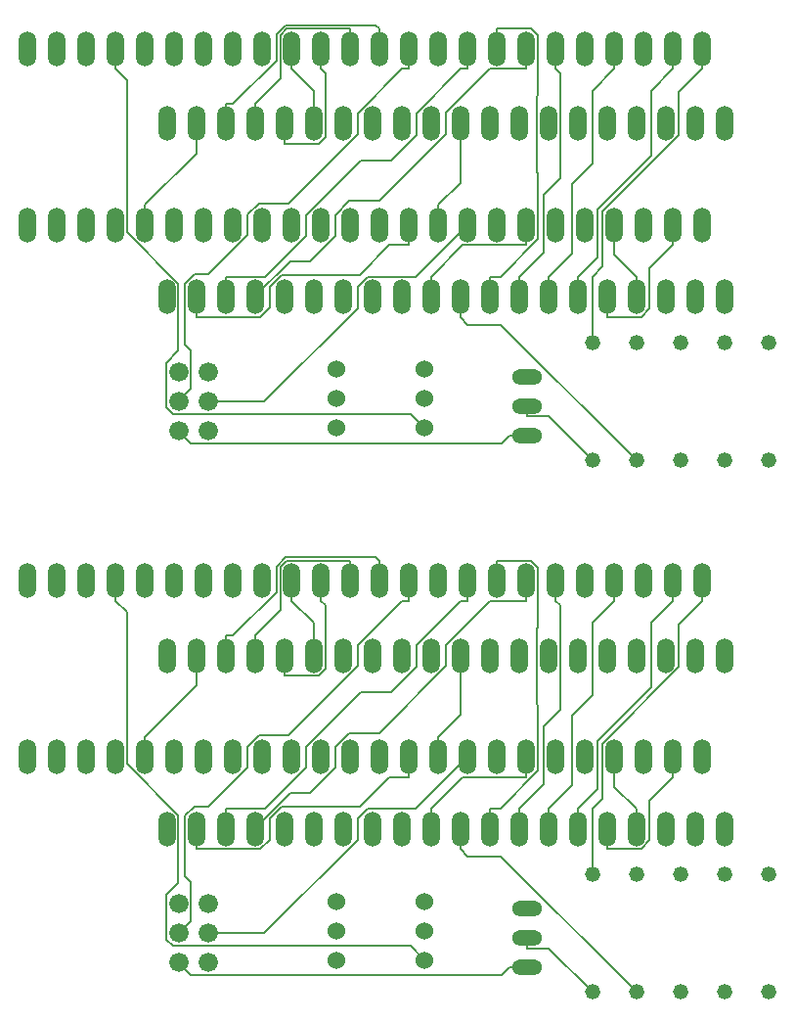
<source format=gbl>
%MOIN*%
%OFA0B0*%
%FSLAX46Y46*%
%IPPOS*%
%LPD*%
%ADD10C,0.060000000000000005*%
%ADD11O,0.10400000000000001X0.052000000000000005*%
%ADD12C,0.052000000000000005*%
%ADD13C,0.066*%
%ADD14O,0.0593X0.1187*%
%ADD15C,0.006000000000000001*%
%ADD26C,0.060000000000000005*%
%ADD27O,0.10400000000000001X0.052000000000000005*%
%ADD28C,0.052000000000000005*%
%ADD29C,0.066*%
%ADD30O,0.0593X0.1187*%
%ADD31C,0.006000000000000001*%
%LPD*%
D10*
X-0000196850Y0002322834D02*
X0001788149Y0000427834D03*
X0001788149Y0000527834D03*
X0001788149Y0000327834D03*
X0002088149Y0000327834D03*
X0002088149Y0000427834D03*
X0002088149Y0000527834D03*
D11*
X0002438149Y0000402834D03*
X0002438149Y0000502834D03*
X0002438149Y0000302834D03*
D12*
X0003259645Y0000618818D03*
X0003259645Y0000218818D03*
X0003109645Y0000618818D03*
X0003109645Y0000218818D03*
X0002959645Y0000618818D03*
X0002959645Y0000218818D03*
X0002809645Y0000218818D03*
X0002809645Y0000618818D03*
X0002659645Y0000618818D03*
X0002659645Y0000218818D03*
D13*
X0001249015Y0000318818D03*
X0001249015Y0000418818D03*
X0001249015Y0000518818D03*
X0001349015Y0000318818D03*
X0001349015Y0000418818D03*
X0001349015Y0000518818D03*
D14*
X0001209645Y0000773818D03*
X0001309645Y0000773818D03*
X0001409645Y0000773818D03*
X0001509645Y0000773818D03*
X0001609645Y0000773818D03*
X0001709645Y0000773818D03*
X0001809645Y0000773818D03*
X0001909645Y0000773818D03*
X0002009645Y0000773818D03*
X0002109645Y0000773818D03*
X0002209645Y0000773818D03*
X0002309645Y0000773818D03*
X0002409645Y0000773818D03*
X0002509645Y0000773818D03*
X0002609645Y0000773818D03*
X0002709645Y0000773818D03*
X0002809645Y0000773818D03*
X0002909645Y0000773818D03*
X0003009645Y0000773818D03*
X0003109645Y0000773818D03*
X0003109645Y0001363818D03*
X0003009645Y0001363818D03*
X0002909645Y0001363818D03*
X0002809645Y0001363818D03*
X0002709645Y0001363818D03*
X0002609645Y0001363818D03*
X0002509645Y0001363818D03*
X0002409645Y0001363818D03*
X0002309645Y0001363818D03*
X0002209645Y0001363818D03*
X0002109645Y0001363818D03*
X0002009645Y0001363818D03*
X0001909645Y0001363818D03*
X0001809645Y0001363818D03*
X0001709645Y0001363818D03*
X0001609645Y0001363818D03*
X0001509645Y0001363818D03*
X0001409645Y0001363818D03*
X0001309645Y0001363818D03*
X0001209645Y0001363818D03*
X0000734645Y0001018834D03*
X0000834645Y0001018834D03*
X0000934645Y0001018834D03*
X0001034645Y0001018834D03*
X0001134645Y0001018834D03*
X0001234645Y0001018834D03*
X0001334645Y0001018834D03*
X0001434645Y0001018834D03*
X0001534645Y0001018834D03*
X0001634645Y0001018834D03*
X0001734645Y0001018834D03*
X0001834645Y0001018834D03*
X0001934645Y0001018834D03*
X0002034645Y0001018834D03*
X0002134645Y0001018834D03*
X0002234645Y0001018834D03*
X0002334645Y0001018834D03*
X0002434645Y0001018834D03*
X0002534645Y0001018834D03*
X0002634645Y0001018834D03*
X0002734645Y0001018834D03*
X0002834645Y0001018834D03*
X0002934645Y0001018834D03*
X0003034645Y0001018834D03*
X0003034645Y0001618834D03*
X0002934645Y0001618834D03*
X0002834645Y0001618834D03*
X0002734645Y0001618834D03*
X0002634645Y0001618834D03*
X0002534645Y0001618834D03*
X0002434645Y0001618834D03*
X0002334645Y0001618834D03*
X0002234645Y0001618834D03*
X0002134645Y0001618834D03*
X0002034645Y0001618834D03*
X0001934645Y0001618834D03*
X0001834645Y0001618834D03*
X0001734645Y0001618834D03*
X0001634645Y0001618834D03*
X0001534645Y0001618834D03*
X0001434645Y0001618834D03*
X0001334645Y0001618834D03*
X0001234645Y0001618834D03*
X0001134645Y0001618834D03*
X0001034645Y0001618834D03*
X0000934645Y0001618834D03*
X0000834645Y0001618834D03*
X0000734645Y0001618834D03*
D15*
X0002134645Y0001018834D02*
X0002134645Y0001087196D01*
X0002209645Y0000773818D02*
X0002209645Y0000705456D01*
X0002348322Y0000680141D02*
X0002809645Y0000218818D01*
X0002234960Y0000680141D02*
X0002348322Y0000680141D01*
X0002209645Y0000705456D02*
X0002234960Y0000680141D01*
X0002209645Y0001162196D02*
X0002209645Y0001363818D01*
X0002134645Y0001087196D02*
X0002209645Y0001162196D01*
X0002955393Y0001471220D02*
X0003034645Y0001550472D01*
X0002955393Y0001325177D02*
X0002955393Y0001471220D01*
X0002694901Y0001064685D02*
X0002955393Y0001325177D01*
X0002694901Y0000877440D02*
X0002694901Y0001064685D01*
X0002659645Y0000842185D02*
X0002694901Y0000877440D01*
X0002659645Y0000618818D02*
X0002659645Y0000842185D01*
X0003034645Y0001618834D02*
X0003034645Y0001550472D01*
X0002350559Y0000276255D02*
X0002377137Y0000302834D01*
X0001291578Y0000276255D02*
X0002350559Y0000276255D01*
X0001249015Y0000318818D02*
X0001291578Y0000276255D01*
X0002438149Y0000302834D02*
X0002377137Y0000302834D01*
X0002510641Y0000367822D02*
X0002438149Y0000367822D01*
X0002659645Y0000218818D02*
X0002510641Y0000367822D01*
X0002438149Y0000402834D02*
X0002438149Y0000367822D01*
X0002040889Y0000375094D02*
X0002088149Y0000327834D01*
X0001229657Y0000375094D02*
X0002040889Y0000375094D01*
X0001206984Y0000397767D02*
X0001229657Y0000375094D01*
X0001206984Y0000548795D02*
X0001206984Y0000397767D01*
X0001248724Y0000590535D02*
X0001206984Y0000548795D01*
X0001248724Y0000819641D02*
X0001248724Y0000590535D01*
X0001073307Y0000995059D02*
X0001248724Y0000819641D01*
X0001073307Y0001511811D02*
X0001073307Y0000995059D01*
X0001034645Y0001550472D02*
X0001073307Y0001511811D01*
X0001034645Y0001618834D02*
X0001034645Y0001550472D01*
X0001291618Y0000461421D02*
X0001249015Y0000418818D01*
X0001291618Y0000591543D02*
X0001291618Y0000461421D01*
X0001269429Y0000613732D02*
X0001291618Y0000591543D01*
X0001269429Y0000818247D02*
X0001269429Y0000613732D01*
X0001302240Y0000851059D02*
X0001269429Y0000818247D01*
X0001351409Y0000851059D02*
X0001302240Y0000851059D01*
X0001484645Y0000984295D02*
X0001351409Y0000851059D01*
X0001484645Y0001053917D02*
X0001484645Y0000984295D01*
X0001522996Y0001092267D02*
X0001484645Y0001053917D01*
X0001623692Y0001092267D02*
X0001522996Y0001092267D01*
X0001859645Y0001328220D02*
X0001623692Y0001092267D01*
X0001859645Y0001398464D02*
X0001859645Y0001328220D01*
X0002011653Y0001550472D02*
X0001859645Y0001398464D01*
X0002034645Y0001550472D02*
X0002011653Y0001550472D01*
X0002034645Y0001618834D02*
X0002034645Y0001550472D01*
X0002057996Y0000842185D02*
X0002234645Y0001018834D01*
X0001893625Y0000842185D02*
X0002057996Y0000842185D01*
X0001859645Y0000808204D02*
X0001893625Y0000842185D01*
X0001859645Y0000736917D02*
X0001859645Y0000808204D01*
X0001541547Y0000418818D02*
X0001859645Y0000736917D01*
X0001349015Y0000418818D02*
X0001541547Y0000418818D01*
X0001527933Y0000705456D02*
X0001309645Y0000705456D01*
X0001559645Y0000737169D02*
X0001527933Y0000705456D01*
X0001559645Y0000810055D02*
X0001559645Y0000737169D01*
X0001599291Y0000849700D02*
X0001559645Y0000810055D01*
X0001865511Y0000849700D02*
X0001599291Y0000849700D01*
X0001966283Y0000950472D02*
X0001865511Y0000849700D01*
X0002034645Y0000950472D02*
X0001966283Y0000950472D01*
X0002034645Y0001018834D02*
X0002034645Y0000950472D01*
X0001309645Y0000773818D02*
X0001309645Y0000705456D01*
X0001544968Y0000842181D02*
X0001409645Y0000842181D01*
X0001684645Y0000981858D02*
X0001544968Y0000842181D01*
X0001684645Y0001053496D02*
X0001684645Y0000981858D01*
X0001870704Y0001239555D02*
X0001684645Y0001053496D01*
X0001972476Y0001239555D02*
X0001870704Y0001239555D01*
X0002059645Y0001326724D02*
X0001972476Y0001239555D01*
X0002059645Y0001398464D02*
X0002059645Y0001326724D01*
X0002211653Y0001550472D02*
X0002059645Y0001398464D01*
X0002234645Y0001550472D02*
X0002211653Y0001550472D01*
X0002234645Y0001618834D02*
X0002234645Y0001550472D01*
X0001409645Y0000773818D02*
X0001409645Y0000842181D01*
X0001509645Y0000777153D02*
X0001509645Y0000773818D01*
X0001628929Y0000896437D02*
X0001509645Y0000777153D01*
X0001698618Y0000896437D02*
X0001628929Y0000896437D01*
X0001784645Y0000982464D02*
X0001698618Y0000896437D01*
X0001784645Y0001053578D02*
X0001784645Y0000982464D01*
X0001831940Y0001100874D02*
X0001784645Y0001053578D01*
X0001932299Y0001100874D02*
X0001831940Y0001100874D01*
X0002159645Y0001328220D02*
X0001932299Y0001100874D01*
X0002159645Y0001401220D02*
X0002159645Y0001328220D01*
X0002308897Y0001550472D02*
X0002159645Y0001401220D01*
X0002434645Y0001550472D02*
X0002308897Y0001550472D01*
X0002434645Y0001618834D02*
X0002434645Y0001550472D01*
X0002217937Y0000950472D02*
X0002109645Y0000842181D01*
X0002434645Y0000950472D02*
X0002217937Y0000950472D01*
X0002434645Y0001018834D02*
X0002434645Y0000950472D01*
X0002109645Y0000773818D02*
X0002109645Y0000842181D01*
X0002345480Y0000842181D02*
X0002309645Y0000842181D01*
X0002475421Y0000972122D02*
X0002345480Y0000842181D01*
X0002475421Y0001194062D02*
X0002475421Y0000972122D01*
X0002469724Y0001199759D02*
X0002475421Y0001194062D01*
X0002469724Y0001456240D02*
X0002469724Y0001199759D01*
X0002473988Y0001460503D02*
X0002469724Y0001456240D01*
X0002473988Y0001664653D02*
X0002473988Y0001460503D01*
X0002451444Y0001687196D02*
X0002473988Y0001664653D01*
X0002334645Y0001687196D02*
X0002451444Y0001687196D01*
X0002334645Y0001618834D02*
X0002334645Y0001687196D01*
X0002309645Y0000773818D02*
X0002309645Y0000842181D01*
X0002493137Y0000925673D02*
X0002409645Y0000842181D01*
X0002493137Y0001122078D02*
X0002493137Y0000925673D01*
X0002550271Y0001179212D02*
X0002493137Y0001122078D01*
X0002550271Y0001534846D02*
X0002550271Y0001179212D01*
X0002534645Y0001550472D02*
X0002550271Y0001534846D01*
X0002534645Y0001618834D02*
X0002534645Y0001550472D01*
X0002409645Y0000773818D02*
X0002409645Y0000842181D01*
X0002734645Y0001618834D02*
X0002734645Y0001550472D01*
X0002509645Y0000773818D02*
X0002509645Y0000842181D01*
X0002588897Y0000921433D02*
X0002509645Y0000842181D01*
X0002588897Y0001159448D02*
X0002588897Y0000921433D01*
X0002659645Y0001230196D02*
X0002588897Y0001159448D01*
X0002659645Y0001475472D02*
X0002659645Y0001230196D01*
X0002734645Y0001550472D02*
X0002659645Y0001475472D01*
X0002934645Y0001618834D02*
X0002934645Y0001550472D01*
X0002609645Y0000773818D02*
X0002609645Y0000842181D01*
X0002676889Y0000909425D02*
X0002609645Y0000842181D01*
X0002676889Y0001072055D02*
X0002676889Y0000909425D01*
X0002859645Y0001254811D02*
X0002676889Y0001072055D01*
X0002859645Y0001475472D02*
X0002859645Y0001254811D01*
X0002934645Y0001550472D02*
X0002859645Y0001475472D01*
X0002855393Y0000871220D02*
X0002934645Y0000950472D01*
X0002855393Y0000734996D02*
X0002855393Y0000871220D01*
X0002825854Y0000705456D02*
X0002855393Y0000734996D01*
X0002709645Y0000705456D02*
X0002825854Y0000705456D01*
X0002709645Y0000773818D02*
X0002709645Y0000705456D01*
X0002934645Y0001018834D02*
X0002934645Y0000950472D01*
X0002734645Y0000917181D02*
X0002809645Y0000842181D01*
X0002734645Y0001018834D02*
X0002734645Y0000917181D01*
X0002809645Y0000773818D02*
X0002809645Y0000842181D01*
X0001709645Y0001475472D02*
X0001709645Y0001363818D01*
X0001634645Y0001550472D02*
X0001709645Y0001475472D01*
X0001634645Y0001618834D02*
X0001634645Y0001550472D01*
X0001726039Y0001295456D02*
X0001609645Y0001295456D01*
X0001748972Y0001318389D02*
X0001726039Y0001295456D01*
X0001748972Y0001536145D02*
X0001748972Y0001318389D01*
X0001734645Y0001550472D02*
X0001748972Y0001536145D01*
X0001734645Y0001618834D02*
X0001734645Y0001550472D01*
X0001609645Y0001363818D02*
X0001609645Y0001295456D01*
X0001595980Y0001518515D02*
X0001509645Y0001432181D01*
X0001595980Y0001664767D02*
X0001595980Y0001518515D01*
X0001618409Y0001687196D02*
X0001595980Y0001664767D01*
X0001834645Y0001687196D02*
X0001618409Y0001687196D01*
X0001834645Y0001618834D02*
X0001834645Y0001687196D01*
X0001509645Y0001363818D02*
X0001509645Y0001432181D01*
X0001434161Y0001432181D02*
X0001409645Y0001432181D01*
X0001582192Y0001580212D02*
X0001434161Y0001432181D01*
X0001582192Y0001667976D02*
X0001582192Y0001580212D01*
X0001614444Y0001700228D02*
X0001582192Y0001667976D01*
X0001921614Y0001700228D02*
X0001614444Y0001700228D01*
X0001934645Y0001687196D02*
X0001921614Y0001700228D01*
X0001934645Y0001618834D02*
X0001934645Y0001687196D01*
X0001409645Y0001363818D02*
X0001409645Y0001432181D01*
X0001309645Y0001262196D02*
X0001309645Y0001363818D01*
X0001134645Y0001087196D02*
X0001309645Y0001262196D01*
X0001134645Y0001018834D02*
X0001134645Y0001087196D01*
G04 next file*
%LPD*%
G04 #@! TF.GenerationSoftware,KiCad,Pcbnew,(5.1.2)-2*
G04 #@! TF.CreationDate,2019-08-03T14:41:18-04:00*
G04 #@! TF.ProjectId,27C160_Adapter,32374331-3630-45f4-9164-61707465722e,rev?*
G04 #@! TF.SameCoordinates,Original*
G04 #@! TF.FileFunction,Copper,L2,Bot*
G04 #@! TF.FilePolarity,Positive*
G04 Gerber Fmt 4.6, Leading zero omitted, Abs format (unit mm)*
G04 Created by KiCad (PCBNEW (5.1.2)-2) date 2019-08-03 14:41:18*
G04 APERTURE LIST*
G04 APERTURE END LIST*
D26*
X-0000196850Y0004133858D02*
X0001788149Y0002238858D03*
X0001788149Y0002338858D03*
X0001788149Y0002138858D03*
X0002088149Y0002138858D03*
X0002088149Y0002238858D03*
X0002088149Y0002338858D03*
D27*
X0002438149Y0002213858D03*
X0002438149Y0002313858D03*
X0002438149Y0002113858D03*
D28*
X0003259645Y0002429842D03*
X0003259645Y0002029842D03*
X0003109645Y0002429842D03*
X0003109645Y0002029842D03*
X0002959645Y0002429842D03*
X0002959645Y0002029842D03*
X0002809645Y0002029842D03*
X0002809645Y0002429842D03*
X0002659645Y0002429842D03*
X0002659645Y0002029842D03*
D29*
X0001249015Y0002129842D03*
X0001249015Y0002229842D03*
X0001249015Y0002329842D03*
X0001349015Y0002129842D03*
X0001349015Y0002229842D03*
X0001349015Y0002329842D03*
D30*
X0001209645Y0002584842D03*
X0001309645Y0002584842D03*
X0001409645Y0002584842D03*
X0001509645Y0002584842D03*
X0001609645Y0002584842D03*
X0001709645Y0002584842D03*
X0001809645Y0002584842D03*
X0001909645Y0002584842D03*
X0002009645Y0002584842D03*
X0002109645Y0002584842D03*
X0002209645Y0002584842D03*
X0002309645Y0002584842D03*
X0002409645Y0002584842D03*
X0002509645Y0002584842D03*
X0002609645Y0002584842D03*
X0002709645Y0002584842D03*
X0002809645Y0002584842D03*
X0002909645Y0002584842D03*
X0003009645Y0002584842D03*
X0003109645Y0002584842D03*
X0003109645Y0003174842D03*
X0003009645Y0003174842D03*
X0002909645Y0003174842D03*
X0002809645Y0003174842D03*
X0002709645Y0003174842D03*
X0002609645Y0003174842D03*
X0002509645Y0003174842D03*
X0002409645Y0003174842D03*
X0002309645Y0003174842D03*
X0002209645Y0003174842D03*
X0002109645Y0003174842D03*
X0002009645Y0003174842D03*
X0001909645Y0003174842D03*
X0001809645Y0003174842D03*
X0001709645Y0003174842D03*
X0001609645Y0003174842D03*
X0001509645Y0003174842D03*
X0001409645Y0003174842D03*
X0001309645Y0003174842D03*
X0001209645Y0003174842D03*
X0000734645Y0002829858D03*
X0000834645Y0002829858D03*
X0000934645Y0002829858D03*
X0001034645Y0002829858D03*
X0001134645Y0002829858D03*
X0001234645Y0002829858D03*
X0001334645Y0002829858D03*
X0001434645Y0002829858D03*
X0001534645Y0002829858D03*
X0001634645Y0002829858D03*
X0001734645Y0002829858D03*
X0001834645Y0002829858D03*
X0001934645Y0002829858D03*
X0002034645Y0002829858D03*
X0002134645Y0002829858D03*
X0002234645Y0002829858D03*
X0002334645Y0002829858D03*
X0002434645Y0002829858D03*
X0002534645Y0002829858D03*
X0002634645Y0002829858D03*
X0002734645Y0002829858D03*
X0002834645Y0002829858D03*
X0002934645Y0002829858D03*
X0003034645Y0002829858D03*
X0003034645Y0003429858D03*
X0002934645Y0003429858D03*
X0002834645Y0003429858D03*
X0002734645Y0003429858D03*
X0002634645Y0003429858D03*
X0002534645Y0003429858D03*
X0002434645Y0003429858D03*
X0002334645Y0003429858D03*
X0002234645Y0003429858D03*
X0002134645Y0003429858D03*
X0002034645Y0003429858D03*
X0001934645Y0003429858D03*
X0001834645Y0003429858D03*
X0001734645Y0003429858D03*
X0001634645Y0003429858D03*
X0001534645Y0003429858D03*
X0001434645Y0003429858D03*
X0001334645Y0003429858D03*
X0001234645Y0003429858D03*
X0001134645Y0003429858D03*
X0001034645Y0003429858D03*
X0000934645Y0003429858D03*
X0000834645Y0003429858D03*
X0000734645Y0003429858D03*
D31*
X0002134645Y0002829858D02*
X0002134645Y0002898220D01*
X0002209645Y0002584842D02*
X0002209645Y0002516480D01*
X0002348322Y0002491165D02*
X0002809645Y0002029842D01*
X0002234960Y0002491165D02*
X0002348322Y0002491165D01*
X0002209645Y0002516480D02*
X0002234960Y0002491165D01*
X0002209645Y0002973220D02*
X0002209645Y0003174842D01*
X0002134645Y0002898220D02*
X0002209645Y0002973220D01*
X0002955393Y0003282244D02*
X0003034645Y0003361496D01*
X0002955393Y0003136200D02*
X0002955393Y0003282244D01*
X0002694901Y0002875708D02*
X0002955393Y0003136200D01*
X0002694901Y0002688464D02*
X0002694901Y0002875708D01*
X0002659645Y0002653208D02*
X0002694901Y0002688464D01*
X0002659645Y0002429842D02*
X0002659645Y0002653208D01*
X0003034645Y0003429858D02*
X0003034645Y0003361496D01*
X0002350559Y0002087279D02*
X0002377137Y0002113858D01*
X0001291578Y0002087279D02*
X0002350559Y0002087279D01*
X0001249015Y0002129842D02*
X0001291578Y0002087279D01*
X0002438149Y0002113858D02*
X0002377137Y0002113858D01*
X0002510641Y0002178846D02*
X0002438149Y0002178846D01*
X0002659645Y0002029842D02*
X0002510641Y0002178846D01*
X0002438149Y0002213858D02*
X0002438149Y0002178846D01*
X0002040889Y0002186118D02*
X0002088149Y0002138858D01*
X0001229657Y0002186118D02*
X0002040889Y0002186118D01*
X0001206984Y0002208791D02*
X0001229657Y0002186118D01*
X0001206984Y0002359818D02*
X0001206984Y0002208791D01*
X0001248724Y0002401559D02*
X0001206984Y0002359818D01*
X0001248724Y0002630665D02*
X0001248724Y0002401559D01*
X0001073307Y0002806082D02*
X0001248724Y0002630665D01*
X0001073307Y0003322834D02*
X0001073307Y0002806082D01*
X0001034645Y0003361496D02*
X0001073307Y0003322834D01*
X0001034645Y0003429858D02*
X0001034645Y0003361496D01*
X0001291618Y0002272444D02*
X0001249015Y0002229842D01*
X0001291618Y0002402566D02*
X0001291618Y0002272444D01*
X0001269429Y0002424755D02*
X0001291618Y0002402566D01*
X0001269429Y0002629271D02*
X0001269429Y0002424755D01*
X0001302240Y0002662082D02*
X0001269429Y0002629271D01*
X0001351409Y0002662082D02*
X0001302240Y0002662082D01*
X0001484645Y0002795318D02*
X0001351409Y0002662082D01*
X0001484645Y0002864940D02*
X0001484645Y0002795318D01*
X0001522996Y0002903291D02*
X0001484645Y0002864940D01*
X0001623692Y0002903291D02*
X0001522996Y0002903291D01*
X0001859645Y0003139244D02*
X0001623692Y0002903291D01*
X0001859645Y0003209488D02*
X0001859645Y0003139244D01*
X0002011653Y0003361496D02*
X0001859645Y0003209488D01*
X0002034645Y0003361496D02*
X0002011653Y0003361496D01*
X0002034645Y0003429858D02*
X0002034645Y0003361496D01*
X0002057996Y0002653208D02*
X0002234645Y0002829858D01*
X0001893625Y0002653208D02*
X0002057996Y0002653208D01*
X0001859645Y0002619228D02*
X0001893625Y0002653208D01*
X0001859645Y0002547940D02*
X0001859645Y0002619228D01*
X0001541547Y0002229842D02*
X0001859645Y0002547940D01*
X0001349015Y0002229842D02*
X0001541547Y0002229842D01*
X0001527933Y0002516480D02*
X0001309645Y0002516480D01*
X0001559645Y0002548192D02*
X0001527933Y0002516480D01*
X0001559645Y0002621078D02*
X0001559645Y0002548192D01*
X0001599291Y0002660724D02*
X0001559645Y0002621078D01*
X0001865511Y0002660724D02*
X0001599291Y0002660724D01*
X0001966283Y0002761496D02*
X0001865511Y0002660724D01*
X0002034645Y0002761496D02*
X0001966283Y0002761496D01*
X0002034645Y0002829858D02*
X0002034645Y0002761496D01*
X0001309645Y0002584842D02*
X0001309645Y0002516480D01*
X0001544968Y0002653204D02*
X0001409645Y0002653204D01*
X0001684645Y0002792881D02*
X0001544968Y0002653204D01*
X0001684645Y0002864519D02*
X0001684645Y0002792881D01*
X0001870704Y0003050578D02*
X0001684645Y0002864519D01*
X0001972476Y0003050578D02*
X0001870704Y0003050578D01*
X0002059645Y0003137748D02*
X0001972476Y0003050578D01*
X0002059645Y0003209488D02*
X0002059645Y0003137748D01*
X0002211653Y0003361496D02*
X0002059645Y0003209488D01*
X0002234645Y0003361496D02*
X0002211653Y0003361496D01*
X0002234645Y0003429858D02*
X0002234645Y0003361496D01*
X0001409645Y0002584842D02*
X0001409645Y0002653204D01*
X0001509645Y0002588177D02*
X0001509645Y0002584842D01*
X0001628929Y0002707460D02*
X0001509645Y0002588177D01*
X0001698618Y0002707460D02*
X0001628929Y0002707460D01*
X0001784645Y0002793488D02*
X0001698618Y0002707460D01*
X0001784645Y0002864602D02*
X0001784645Y0002793488D01*
X0001831940Y0002911897D02*
X0001784645Y0002864602D01*
X0001932299Y0002911897D02*
X0001831940Y0002911897D01*
X0002159645Y0003139244D02*
X0001932299Y0002911897D01*
X0002159645Y0003212244D02*
X0002159645Y0003139244D01*
X0002308897Y0003361496D02*
X0002159645Y0003212244D01*
X0002434645Y0003361496D02*
X0002308897Y0003361496D01*
X0002434645Y0003429858D02*
X0002434645Y0003361496D01*
X0002217937Y0002761496D02*
X0002109645Y0002653204D01*
X0002434645Y0002761496D02*
X0002217937Y0002761496D01*
X0002434645Y0002829858D02*
X0002434645Y0002761496D01*
X0002109645Y0002584842D02*
X0002109645Y0002653204D01*
X0002345480Y0002653204D02*
X0002309645Y0002653204D01*
X0002475421Y0002783145D02*
X0002345480Y0002653204D01*
X0002475421Y0003005086D02*
X0002475421Y0002783145D01*
X0002469724Y0003010783D02*
X0002475421Y0003005086D01*
X0002469724Y0003267263D02*
X0002469724Y0003010783D01*
X0002473988Y0003271527D02*
X0002469724Y0003267263D01*
X0002473988Y0003475677D02*
X0002473988Y0003271527D01*
X0002451444Y0003498220D02*
X0002473988Y0003475677D01*
X0002334645Y0003498220D02*
X0002451444Y0003498220D01*
X0002334645Y0003429858D02*
X0002334645Y0003498220D01*
X0002309645Y0002584842D02*
X0002309645Y0002653204D01*
X0002493137Y0002736696D02*
X0002409645Y0002653204D01*
X0002493137Y0002933102D02*
X0002493137Y0002736696D01*
X0002550271Y0002990236D02*
X0002493137Y0002933102D01*
X0002550271Y0003345870D02*
X0002550271Y0002990236D01*
X0002534645Y0003361496D02*
X0002550271Y0003345870D01*
X0002534645Y0003429858D02*
X0002534645Y0003361496D01*
X0002409645Y0002584842D02*
X0002409645Y0002653204D01*
X0002734645Y0003429858D02*
X0002734645Y0003361496D01*
X0002509645Y0002584842D02*
X0002509645Y0002653204D01*
X0002588897Y0002732456D02*
X0002509645Y0002653204D01*
X0002588897Y0002970472D02*
X0002588897Y0002732456D01*
X0002659645Y0003041220D02*
X0002588897Y0002970472D01*
X0002659645Y0003286496D02*
X0002659645Y0003041220D01*
X0002734645Y0003361496D02*
X0002659645Y0003286496D01*
X0002934645Y0003429858D02*
X0002934645Y0003361496D01*
X0002609645Y0002584842D02*
X0002609645Y0002653204D01*
X0002676889Y0002720448D02*
X0002609645Y0002653204D01*
X0002676889Y0002883078D02*
X0002676889Y0002720448D01*
X0002859645Y0003065834D02*
X0002676889Y0002883078D01*
X0002859645Y0003286496D02*
X0002859645Y0003065834D01*
X0002934645Y0003361496D02*
X0002859645Y0003286496D01*
X0002855393Y0002682244D02*
X0002934645Y0002761496D01*
X0002855393Y0002546019D02*
X0002855393Y0002682244D01*
X0002825854Y0002516480D02*
X0002855393Y0002546019D01*
X0002709645Y0002516480D02*
X0002825854Y0002516480D01*
X0002709645Y0002584842D02*
X0002709645Y0002516480D01*
X0002934645Y0002829858D02*
X0002934645Y0002761496D01*
X0002734645Y0002728204D02*
X0002809645Y0002653204D01*
X0002734645Y0002829858D02*
X0002734645Y0002728204D01*
X0002809645Y0002584842D02*
X0002809645Y0002653204D01*
X0001709645Y0003286496D02*
X0001709645Y0003174842D01*
X0001634645Y0003361496D02*
X0001709645Y0003286496D01*
X0001634645Y0003429858D02*
X0001634645Y0003361496D01*
X0001726039Y0003106480D02*
X0001609645Y0003106480D01*
X0001748972Y0003129413D02*
X0001726039Y0003106480D01*
X0001748972Y0003347169D02*
X0001748972Y0003129413D01*
X0001734645Y0003361496D02*
X0001748972Y0003347169D01*
X0001734645Y0003429858D02*
X0001734645Y0003361496D01*
X0001609645Y0003174842D02*
X0001609645Y0003106480D01*
X0001595980Y0003329539D02*
X0001509645Y0003243204D01*
X0001595980Y0003475791D02*
X0001595980Y0003329539D01*
X0001618409Y0003498220D02*
X0001595980Y0003475791D01*
X0001834645Y0003498220D02*
X0001618409Y0003498220D01*
X0001834645Y0003429858D02*
X0001834645Y0003498220D01*
X0001509645Y0003174842D02*
X0001509645Y0003243204D01*
X0001434161Y0003243204D02*
X0001409645Y0003243204D01*
X0001582192Y0003391236D02*
X0001434161Y0003243204D01*
X0001582192Y0003479000D02*
X0001582192Y0003391236D01*
X0001614444Y0003511251D02*
X0001582192Y0003479000D01*
X0001921614Y0003511251D02*
X0001614444Y0003511251D01*
X0001934645Y0003498220D02*
X0001921614Y0003511251D01*
X0001934645Y0003429858D02*
X0001934645Y0003498220D01*
X0001409645Y0003174842D02*
X0001409645Y0003243204D01*
X0001309645Y0003073220D02*
X0001309645Y0003174842D01*
X0001134645Y0002898220D02*
X0001309645Y0003073220D01*
X0001134645Y0002829858D02*
X0001134645Y0002898220D01*
M02*
</source>
